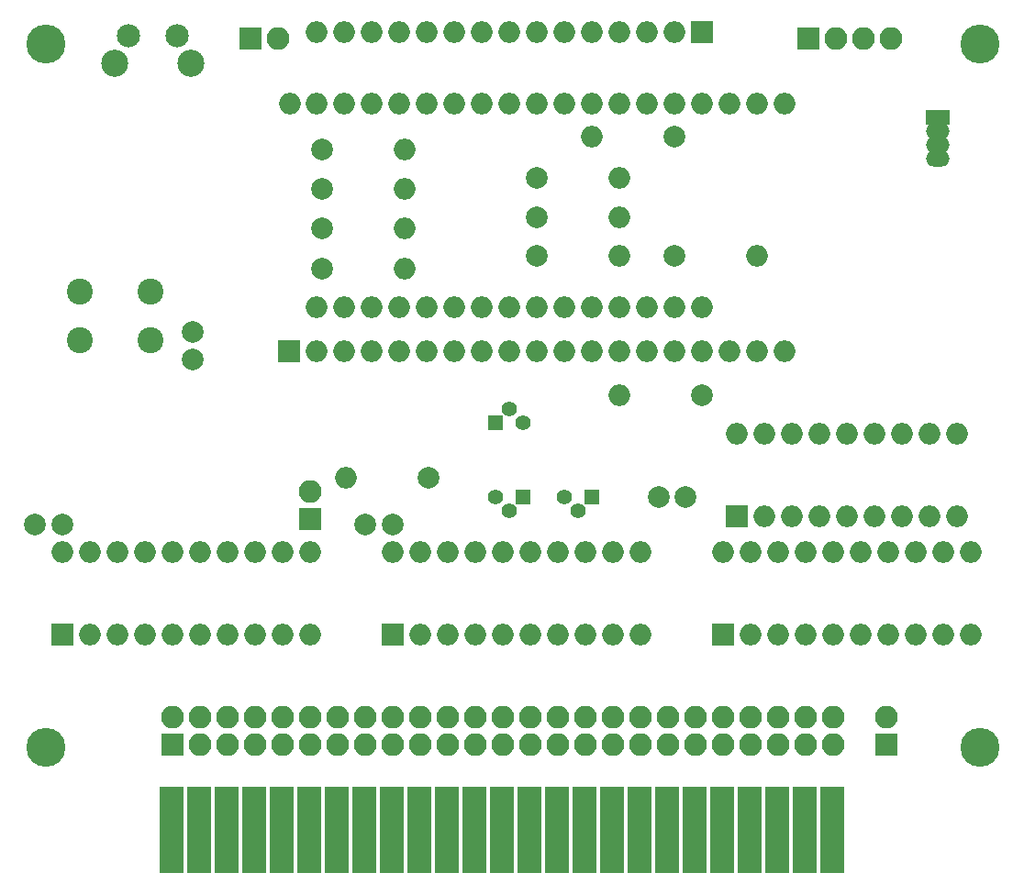
<source format=gbr>
G04 #@! TF.GenerationSoftware,KiCad,Pcbnew,(5.1.5)-3*
G04 #@! TF.CreationDate,2021-08-29T21:33:55+12:00*
G04 #@! TF.ProjectId,TRSIO,54525349-4f2e-46b6-9963-61645f706362,rev?*
G04 #@! TF.SameCoordinates,Original*
G04 #@! TF.FileFunction,Soldermask,Top*
G04 #@! TF.FilePolarity,Negative*
%FSLAX46Y46*%
G04 Gerber Fmt 4.6, Leading zero omitted, Abs format (unit mm)*
G04 Created by KiCad (PCBNEW (5.1.5)-3) date 2021-08-29 21:33:55*
%MOMM*%
%LPD*%
G04 APERTURE LIST*
%ADD10C,3.600000*%
%ADD11R,2.000000X2.000000*%
%ADD12O,2.000000X2.000000*%
%ADD13C,2.000000*%
%ADD14R,2.200000X1.470000*%
%ADD15O,2.200000X1.470000*%
%ADD16C,1.400000*%
%ADD17R,1.400000X1.400000*%
%ADD18C,2.400000*%
%ADD19R,2.100000X2.100000*%
%ADD20O,2.100000X2.100000*%
%ADD21C,2.500000*%
%ADD22C,2.150000*%
%ADD23R,2.178000X8.020000*%
G04 APERTURE END LIST*
D10*
X215519000Y-137414000D03*
X129286000Y-137414000D03*
X215519000Y-72517000D03*
X129286000Y-72517000D03*
D11*
X189865000Y-71374000D03*
D12*
X187325000Y-71374000D03*
X184785000Y-71374000D03*
X182245000Y-71374000D03*
X179705000Y-71374000D03*
X177165000Y-71374000D03*
X154305000Y-96774000D03*
X174625000Y-71374000D03*
X156845000Y-96774000D03*
X172085000Y-71374000D03*
X159385000Y-96774000D03*
X169545000Y-71374000D03*
X161925000Y-96774000D03*
X167005000Y-71374000D03*
X164465000Y-96774000D03*
X164465000Y-71374000D03*
X167005000Y-96774000D03*
X161925000Y-71374000D03*
X169545000Y-96774000D03*
X159385000Y-71374000D03*
X172085000Y-96774000D03*
X156845000Y-71374000D03*
X174625000Y-96774000D03*
X154305000Y-71374000D03*
X177165000Y-96774000D03*
X179705000Y-96774000D03*
X182245000Y-96774000D03*
X184785000Y-96774000D03*
X187325000Y-96774000D03*
X189865000Y-96774000D03*
D13*
X130810000Y-116840000D03*
X128310000Y-116840000D03*
X161290000Y-116840000D03*
X158790000Y-116840000D03*
X188341000Y-114300000D03*
X185841000Y-114300000D03*
X142875000Y-101600000D03*
X142875000Y-99100000D03*
D14*
X211582000Y-79311500D03*
D15*
X211582000Y-80581500D03*
X211582000Y-81851500D03*
X211582000Y-83121500D03*
D16*
X172085000Y-106172000D03*
X173355000Y-107442000D03*
D17*
X170815000Y-107442000D03*
D16*
X172085000Y-115570000D03*
X170815000Y-114300000D03*
D17*
X173355000Y-114300000D03*
D16*
X178435000Y-115570000D03*
X177165000Y-114300000D03*
D17*
X179705000Y-114300000D03*
D13*
X174625000Y-84899500D03*
D12*
X182245000Y-84899500D03*
D13*
X174625000Y-88519000D03*
D12*
X182245000Y-88519000D03*
D13*
X174625000Y-92075000D03*
D12*
X182245000Y-92075000D03*
D18*
X132461000Y-99877000D03*
X132461000Y-95377000D03*
X138961000Y-99877000D03*
X138961000Y-95377000D03*
D11*
X191770000Y-127000000D03*
D12*
X214630000Y-119380000D03*
X194310000Y-127000000D03*
X212090000Y-119380000D03*
X196850000Y-127000000D03*
X209550000Y-119380000D03*
X199390000Y-127000000D03*
X207010000Y-119380000D03*
X201930000Y-127000000D03*
X204470000Y-119380000D03*
X204470000Y-127000000D03*
X201930000Y-119380000D03*
X207010000Y-127000000D03*
X199390000Y-119380000D03*
X209550000Y-127000000D03*
X196850000Y-119380000D03*
X212090000Y-127000000D03*
X194310000Y-119380000D03*
X214630000Y-127000000D03*
X191770000Y-119380000D03*
D11*
X161290000Y-127000000D03*
D12*
X184150000Y-119380000D03*
X163830000Y-127000000D03*
X181610000Y-119380000D03*
X166370000Y-127000000D03*
X179070000Y-119380000D03*
X168910000Y-127000000D03*
X176530000Y-119380000D03*
X171450000Y-127000000D03*
X173990000Y-119380000D03*
X173990000Y-127000000D03*
X171450000Y-119380000D03*
X176530000Y-127000000D03*
X168910000Y-119380000D03*
X179070000Y-127000000D03*
X166370000Y-119380000D03*
X181610000Y-127000000D03*
X163830000Y-119380000D03*
X184150000Y-127000000D03*
X161290000Y-119380000D03*
D11*
X130810000Y-127000000D03*
D12*
X153670000Y-119380000D03*
X133350000Y-127000000D03*
X151130000Y-119380000D03*
X135890000Y-127000000D03*
X148590000Y-119380000D03*
X138430000Y-127000000D03*
X146050000Y-119380000D03*
X140970000Y-127000000D03*
X143510000Y-119380000D03*
X143510000Y-127000000D03*
X140970000Y-119380000D03*
X146050000Y-127000000D03*
X138430000Y-119380000D03*
X148590000Y-127000000D03*
X135890000Y-119380000D03*
X151130000Y-127000000D03*
X133350000Y-119380000D03*
X153670000Y-127000000D03*
X130810000Y-119380000D03*
D19*
X140970000Y-137160000D03*
D20*
X140970000Y-134620000D03*
X143510000Y-137160000D03*
X143510000Y-134620000D03*
X146050000Y-137160000D03*
X146050000Y-134620000D03*
X148590000Y-137160000D03*
X148590000Y-134620000D03*
X151130000Y-137160000D03*
X151130000Y-134620000D03*
X153670000Y-137160000D03*
X153670000Y-134620000D03*
X156210000Y-137160000D03*
X156210000Y-134620000D03*
X158750000Y-137160000D03*
X158750000Y-134620000D03*
X161290000Y-137160000D03*
X161290000Y-134620000D03*
X163830000Y-137160000D03*
X163830000Y-134620000D03*
X166370000Y-137160000D03*
X166370000Y-134620000D03*
X168910000Y-137160000D03*
X168910000Y-134620000D03*
X171450000Y-137160000D03*
X171450000Y-134620000D03*
X173990000Y-137160000D03*
X173990000Y-134620000D03*
X176530000Y-137160000D03*
X176530000Y-134620000D03*
X179070000Y-137160000D03*
X179070000Y-134620000D03*
X181610000Y-137160000D03*
X181610000Y-134620000D03*
X184150000Y-137160000D03*
X184150000Y-134620000D03*
X186690000Y-137160000D03*
X186690000Y-134620000D03*
X189230000Y-137160000D03*
X189230000Y-134620000D03*
X191770000Y-137160000D03*
X191770000Y-134620000D03*
X194310000Y-137160000D03*
X194310000Y-134620000D03*
X196850000Y-137160000D03*
X196850000Y-134620000D03*
X199390000Y-137160000D03*
X199390000Y-134620000D03*
X201930000Y-137160000D03*
X201930000Y-134620000D03*
D11*
X151765000Y-100838000D03*
D12*
X154305000Y-100838000D03*
X197485000Y-77978000D03*
X156845000Y-100838000D03*
X194945000Y-77978000D03*
X159385000Y-100838000D03*
X192405000Y-77978000D03*
X161925000Y-100838000D03*
X189865000Y-77978000D03*
X164465000Y-100838000D03*
X187325000Y-77978000D03*
X167005000Y-100838000D03*
X184785000Y-77978000D03*
X169545000Y-100838000D03*
X182245000Y-77978000D03*
X172085000Y-100838000D03*
X179705000Y-77978000D03*
X174625000Y-100838000D03*
X177165000Y-77978000D03*
X177165000Y-100838000D03*
X174625000Y-77978000D03*
X179705000Y-100838000D03*
X172085000Y-77978000D03*
X182245000Y-100838000D03*
X169545000Y-77978000D03*
X184785000Y-100838000D03*
X167005000Y-77978000D03*
X187325000Y-100838000D03*
X164465000Y-77978000D03*
X189865000Y-100838000D03*
X161925000Y-77978000D03*
X192405000Y-100838000D03*
X159385000Y-77978000D03*
X194945000Y-100838000D03*
X156845000Y-77978000D03*
X197485000Y-100838000D03*
X154305000Y-77978000D03*
X151828500Y-77978000D03*
D19*
X206883000Y-137160000D03*
D20*
X206883000Y-134620000D03*
D19*
X148209000Y-72009000D03*
D20*
X150749000Y-72009000D03*
D19*
X199644000Y-72009000D03*
D20*
X202184000Y-72009000D03*
X204724000Y-72009000D03*
X207264000Y-72009000D03*
D21*
X142666000Y-74245000D03*
D22*
X141406000Y-71755000D03*
X136906000Y-71755000D03*
D21*
X135656000Y-74245000D03*
D19*
X153670000Y-116332000D03*
D20*
X153670000Y-113792000D03*
D13*
X164592000Y-112522000D03*
D12*
X156972000Y-112522000D03*
D23*
X201866500Y-145097500D03*
X199326500Y-145097500D03*
X196786500Y-145097500D03*
X194246500Y-145097500D03*
X191706500Y-145097500D03*
X189166500Y-145097500D03*
X186626500Y-145097500D03*
X184086500Y-145097500D03*
X181546500Y-145097500D03*
X179006500Y-145097500D03*
X176466500Y-145097500D03*
X173926500Y-145097500D03*
X171386500Y-145097500D03*
X168846500Y-145097500D03*
X166306500Y-145097500D03*
X163766500Y-145097500D03*
X161226500Y-145097500D03*
X158686500Y-145097500D03*
X156146500Y-145097500D03*
X153606500Y-145097500D03*
X151066500Y-145097500D03*
X148526500Y-145097500D03*
X145986500Y-145097500D03*
X143446500Y-145097500D03*
X140906500Y-145097500D03*
D13*
X189801500Y-104965500D03*
D12*
X182181500Y-104965500D03*
X162433000Y-89535000D03*
D13*
X154813000Y-89535000D03*
X154813000Y-93218000D03*
D12*
X162433000Y-93218000D03*
X194945000Y-92075000D03*
D13*
X187325000Y-92075000D03*
X154813000Y-85852000D03*
D12*
X162433000Y-85852000D03*
X162433000Y-82232500D03*
D13*
X154813000Y-82232500D03*
D12*
X193040000Y-108521500D03*
X213360000Y-116141500D03*
X195580000Y-108521500D03*
X210820000Y-116141500D03*
X198120000Y-108521500D03*
X208280000Y-116141500D03*
X200660000Y-108521500D03*
X205740000Y-116141500D03*
X203200000Y-108521500D03*
X203200000Y-116141500D03*
X205740000Y-108521500D03*
X200660000Y-116141500D03*
X208280000Y-108521500D03*
X198120000Y-116141500D03*
X210820000Y-108521500D03*
X195580000Y-116141500D03*
X213360000Y-108521500D03*
D11*
X193040000Y-116141500D03*
D12*
X179705000Y-81089500D03*
D13*
X187325000Y-81089500D03*
M02*

</source>
